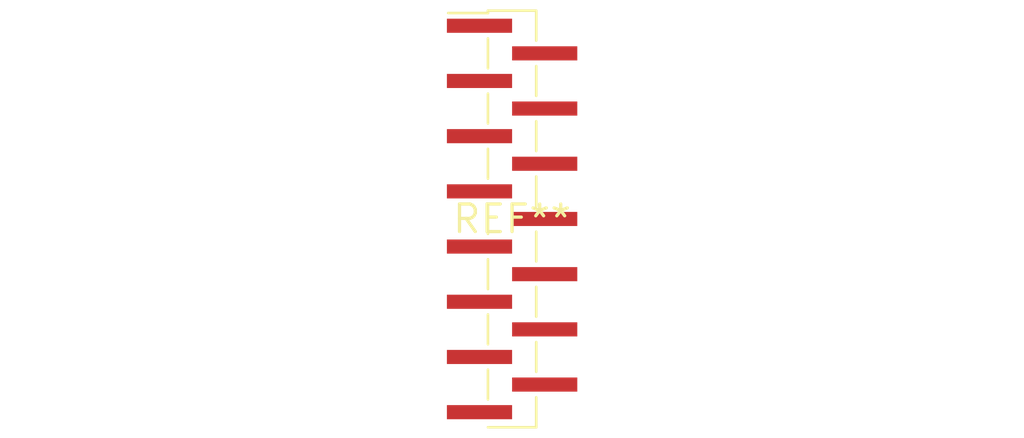
<source format=kicad_pcb>
(kicad_pcb (version 20240108) (generator pcbnew)
  (layers (0 "F.Cu" signal) (31 "B.Cu" signal) (34 "B.Paste" user) (35 "F.Paste" user) (36 "B.SilkS" user "B.Silkscreen") (37 "F.SilkS" user "F.Silkscreen") (38 "B.Mask" user) (39 "F.Mask" user) (44 "Edge.Cuts" user))
  (net 0 "")
  (footprint "PinHeader_1x15_P1.27mm_Vertical_SMD_Pin1Left" (layer "F.Cu") (at 0 0)
    (property "Reference" "REF**")
    (property "Value" "PinHeader_1x15_P1.27mm_Vertical_SMD_Pin1Left")
    (fp_line (start -1.11 -9.585) (end -1.11 -9.475) (layer "F.SilkS") (stroke (width 0.12)))
    (fp_line (start -1.11 -9.585) (end 1.11 -9.585) (layer "F.SilkS") (stroke (width 0.12)))
    (fp_line (start -1.11 -9.475) (end -2.94 -9.475) (layer "F.SilkS") (stroke (width 0.12)))
    (fp_line (start -1.11 -8.305) (end -1.11 -6.935) (layer "F.SilkS") (stroke (width 0.12)))
    (fp_line (start -1.11 -5.765) (end -1.11 -4.395) (layer "F.SilkS") (stroke (width 0.12)))
    (fp_line (start -1.11 -3.225) (end -1.11 -1.855) (layer "F.SilkS") (stroke (width 0.12)))
    (fp_line (start -1.11 -0.685) (end -1.11 0.685) (layer "F.SilkS") (stroke (width 0.12)))
    (fp_line (start -1.11 1.855) (end -1.11 3.225) (layer "F.SilkS") (stroke (width 0.12)))
    (fp_line (start -1.11 4.395) (end -1.11 5.765) (layer "F.SilkS") (stroke (width 0.12)))
    (fp_line (start -1.11 6.935) (end -1.11 8.305) (layer "F.SilkS") (stroke (width 0.12)))
    (fp_line (start -1.11 9.585) (end 1.11 9.585) (layer "F.SilkS") (stroke (width 0.12)))
    (fp_line (start 1.11 -9.575) (end 1.11 -8.205) (layer "F.SilkS") (stroke (width 0.12)))
    (fp_line (start 1.11 -7.035) (end 1.11 -5.665) (layer "F.SilkS") (stroke (width 0.12)))
    (fp_line (start 1.11 -4.495) (end 1.11 -3.125) (layer "F.SilkS") (stroke (width 0.12)))
    (fp_line (start 1.11 -1.955) (end 1.11 -0.585) (layer "F.SilkS") (stroke (width 0.12)))
    (fp_line (start 1.11 0.585) (end 1.11 1.955) (layer "F.SilkS") (stroke (width 0.12)))
    (fp_line (start 1.11 3.125) (end 1.11 4.495) (layer "F.SilkS") (stroke (width 0.12)))
    (fp_line (start 1.11 5.665) (end 1.11 7.035) (layer "F.SilkS") (stroke (width 0.12)))
    (fp_line (start 1.11 8.205) (end 1.11 9.575) (layer "F.SilkS") (stroke (width 0.12)))
    (fp_line (start 1.11 9.475) (end 1.11 9.585) (layer "F.SilkS") (stroke (width 0.12)))
    (pad "1" smd rect (at -1.5 -8.89) (size 3 0.65) (layers "F.Cu" "F.Paste" "F.Mask"))
    (pad "2" smd rect (at 1.5 -7.62) (size 3 0.65) (layers "F.Cu" "F.Paste" "F.Mask"))
    (pad "3" smd rect (at -1.5 -6.35) (size 3 0.65) (layers "F.Cu" "F.Paste" "F.Mask"))
    (pad "4" smd rect (at 1.5 -5.08) (size 3 0.65) (layers "F.Cu" "F.Paste" "F.Mask"))
    (pad "5" smd rect (at -1.5 -3.81) (size 3 0.65) (layers "F.Cu" "F.Paste" "F.Mask"))
    (pad "6" smd rect (at 1.5 -2.54) (size 3 0.65) (layers "F.Cu" "F.Paste" "F.Mask"))
    (pad "7" smd rect (at -1.5 -1.27) (size 3 0.65) (layers "F.Cu" "F.Paste" "F.Mask"))
    (pad "8" smd rect (at 1.5 0) (size 3 0.65) (layers "F.Cu" "F.Paste" "F.Mask"))
    (pad "9" smd rect (at -1.5 1.27) (size 3 0.65) (layers "F.Cu" "F.Paste" "F.Mask"))
    (pad "10" smd rect (at 1.5 2.54) (size 3 0.65) (layers "F.Cu" "F.Paste" "F.Mask"))
    (pad "11" smd rect (at -1.5 3.81) (size 3 0.65) (layers "F.Cu" "F.Paste" "F.Mask"))
    (pad "12" smd rect (at 1.5 5.08) (size 3 0.65) (layers "F.Cu" "F.Paste" "F.Mask"))
    (pad "13" smd rect (at -1.5 6.35) (size 3 0.65) (layers "F.Cu" "F.Paste" "F.Mask"))
    (pad "14" smd rect (at 1.5 7.62) (size 3 0.65) (layers "F.Cu" "F.Paste" "F.Mask"))
    (pad "15" smd rect (at -1.5 8.89) (size 3 0.65) (layers "F.Cu" "F.Paste" "F.Mask"))
  )
)
</source>
